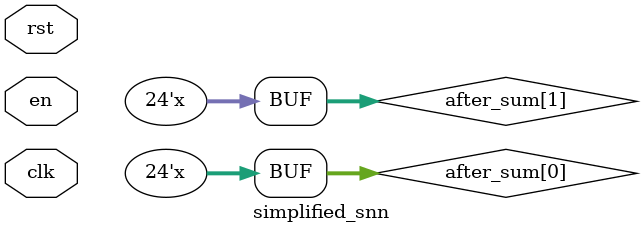
<source format=v>
`timescale 1ns / 1ps


module simplified_snn #(
    parameter DW = 16, INPUTNUM = 8, EXCNUM = 2, INT_DW = 8
)(
    // Clock, reset and enable
    input wire clk,
    input wire rst,
    input wire en
    );
    
    wire signed [DW + INT_DW - 1 : 0] synapses_results [INPUTNUM - 1 : 0][EXCNUM - 1 : 0];
    wire signed [DW + INT_DW - 1 : 0] after_sum [EXCNUM - 1 : 0];
    wire output_spikes [EXCNUM - 1 : 0];
    wire spike_inh;
    
        generate
        genvar a, b;
        for(a = 0; a < EXCNUM; a = a + 1) begin
            assign spike_inh = spike_inh | output_spikes[a];
        end
    endgenerate
    
    reg weights_en;
    always@(posedge clk) begin
        if(rst) weights_en <= 1'b0;
        else if (en) weights_en <= en;
    end
    wire en_for_initweights;
    assign en_for_initweights = weights_en ^ en;
    
    generate
        genvar j, k;
        for(j = 0; j < INPUTNUM; j = j + 1) begin
            for(k = 0; k < EXCNUM; k = k + 1) begin
                synapse syn (
                    .clk(clk), .rst(rst), .en(en),
                    .weights_w(16'sd2000),.pre_spiking(1'b1), //input_spikes[j]
                    .spking_value(synapses_results[j][k]),.update_en(output_spikes[k]),
                    .learning_rate(16'h0148)
                );
            end
        end
    endgenerate
    
    generate
        genvar h;
        for(h = 0; h < EXCNUM; h = h + 1) begin
            assign after_sum[h] = 
            synapses_results[0][h]+
            synapses_results[1][h]+
            synapses_results[2][h]+
            synapses_results[3][h]+
            synapses_results[4][h]+
            synapses_results[5][h]+
            synapses_results[6][h]+
            synapses_results[7][h]+
            synapses_results[8][h]+
            synapses_results[9][h];
        end
    endgenerate
    
    generate 
        genvar m;
        for(m = 0; m < EXCNUM; m = m + 1) begin
            exc_neuron exc (
                clk,rst,en,after_sum[m],spike_inh,output_spikes[m]
            );
        end
    endgenerate    
    
endmodule

</source>
